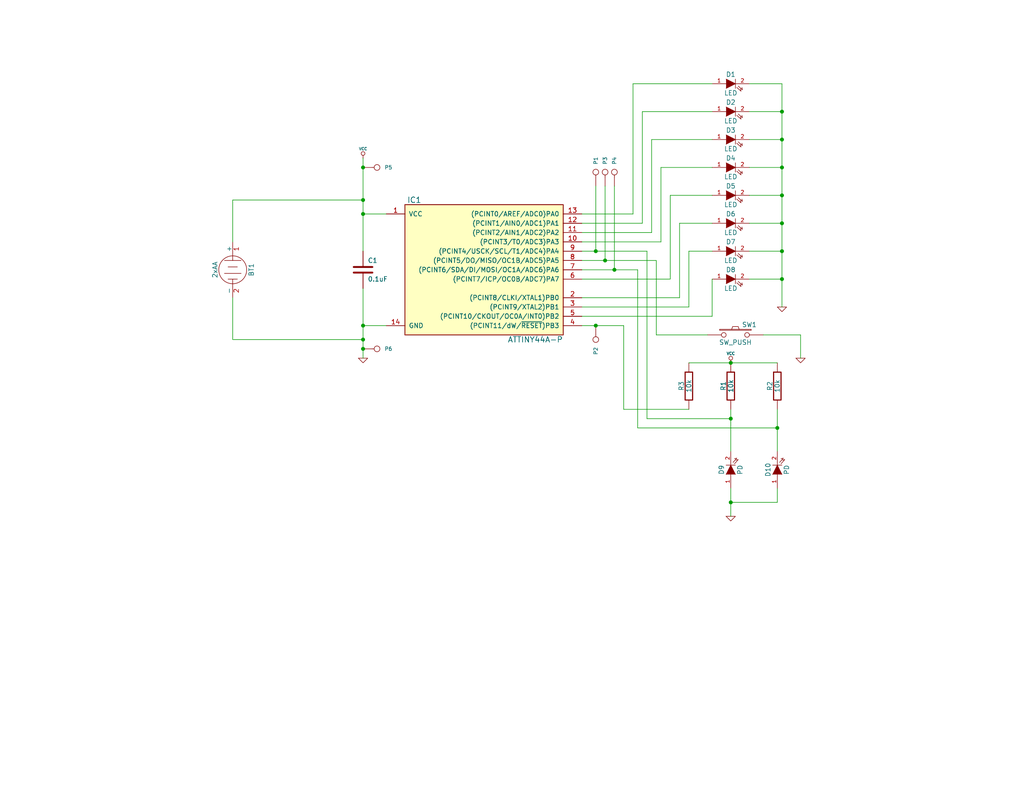
<source format=kicad_sch>
(kicad_sch (version 20250114) (generator "eeschema") (generator_version "9.0")
  (paper "A")
  (title_block (title "Blinky POV AVR") (date "7 oct 2013"))
  (lib_symbols
    (symbol "ATTINY44A-P_1" (pin_names (offset 1.016))
      (property "Reference" "IC" (at -19.05 19.05 0))
      (property "Value" "ATTINY44A-P" (at 13.97 -19.05 0))
      (symbol "ATTINY44A-P_1_0_1"
        (rectangle (start 21.59 17.78) (end -21.59 -17.78) (stroke (width 0.254)) (fill (type background)))
      )
      (symbol "ATTINY44A-P_1_1_1"
        (pin power_in line (at -26.67 15.24 0) (length 5.08) (name "VCC") (number "1"))
        (pin power_in line (at -26.67 -15.24 0) (length 5.08) (name "GND") (number "14"))
        (pin bidirectional line (at 26.67 15.24 180) (length 5.08) (name "(PCINT0/AREF/ADC0)PA0") (number "13"))
        (pin bidirectional line (at 26.67 12.7 180) (length 5.08) (name "(PCINT1/AIN0/ADC1)PA1") (number "12"))
        (pin bidirectional line (at 26.67 10.16 180) (length 5.08) (name "(PCINT2/AIN1/ADC2)PA2") (number "11"))
        (pin bidirectional line (at 26.67 7.62 180) (length 5.08) (name "(PCINT3/T0/ADC3)PA3") (number "10"))
        (pin bidirectional line (at 26.67 5.08 180) (length 5.08) (name "(PCINT4/USCK/SCL/T1/ADC4)PA4") (number "9"))
        (pin bidirectional line (at 26.67 2.54 180) (length 5.08) (name "(PCINT5/DO/MISO/OC1B/ADC5)PA5") (number "8"))
        (pin bidirectional line (at 26.67 0 180) (length 5.08) (name "(PCINT6/SDA/DI/MOSI/OC1A/ADC6)PA6") (number "7"))
        (pin bidirectional line (at 26.67 -2.54 180) (length 5.08) (name "(PCINT7/ICP/OC0B/ADC7)PA7") (number "6"))
        (pin bidirectional line (at 26.67 -7.62 180) (length 5.08) (name "(PCINT8/CLKI/XTAL1)PB0") (number "2"))
        (pin bidirectional line (at 26.67 -10.16 180) (length 5.08) (name "(PCINT9/XTAL2)PB1") (number "3"))
        (pin bidirectional line (at 26.67 -12.7 180) (length 5.08) (name "(PCINT10/CKOUT/OC0A/INT0)PB2") (number "5"))
        (pin bidirectional line (at 26.67 -15.24 180) (length 5.08) (name "(PCINT11/dW/~{RESET})PB3") (number "4"))
      )
    )
    (symbol "ATTINY44A-P_2" (pin_names (offset 1.016))
      (property "Reference" "IC" (at -19.05 19.05 0))
      (property "Value" "ATTINY44A-P" (at 13.97 -19.05 0))
      (symbol "ATTINY44A-P_2_0_1"
        (rectangle (start 21.59 17.78) (end -21.59 -17.78) (stroke (width 0.254)) (fill (type background)))
      )
      (symbol "ATTINY44A-P_2_1_1"
        (pin power_in line (at -26.67 15.24 0) (length 5.08) (name "VCC") (number "1"))
        (pin power_in line (at -26.67 -15.24 0) (length 5.08) (name "GND") (number "14"))
        (pin bidirectional line (at 26.67 15.24 180) (length 5.08) (name "(PCINT0/AREF/ADC0)PA0") (number "13"))
        (pin bidirectional line (at 26.67 12.7 180) (length 5.08) (name "(PCINT1/AIN0/ADC1)PA1") (number "12"))
        (pin bidirectional line (at 26.67 10.16 180) (length 5.08) (name "(PCINT2/AIN1/ADC2)PA2") (number "11"))
        (pin bidirectional line (at 26.67 7.62 180) (length 5.08) (name "(PCINT3/T0/ADC3)PA3") (number "10"))
        (pin bidirectional line (at 26.67 5.08 180) (length 5.08) (name "(PCINT4/USCK/SCL/T1/ADC4)PA4") (number "9"))
        (pin bidirectional line (at 26.67 2.54 180) (length 5.08) (name "(PCINT5/DO/MISO/OC1B/ADC5)PA5") (number "8"))
        (pin bidirectional line (at 26.67 0 180) (length 5.08) (name "(PCINT6/SDA/DI/MOSI/OC1A/ADC6)PA6") (number "7"))
        (pin bidirectional line (at 26.67 -2.54 180) (length 5.08) (name "(PCINT7/ICP/OC0B/ADC7)PA7") (number "6"))
        (pin bidirectional line (at 26.67 -7.62 180) (length 5.08) (name "(PCINT8/CLKI/XTAL1)PB0") (number "2"))
        (pin bidirectional line (at 26.67 -10.16 180) (length 5.08) (name "(PCINT9/XTAL2)PB1") (number "3"))
        (pin bidirectional line (at 26.67 -12.7 180) (length 5.08) (name "(PCINT10/CKOUT/OC0A/INT0)PB2") (number "5"))
        (pin bidirectional line (at 26.67 -15.24 180) (length 5.08) (name "(PCINT11/dW/~{RESET})PB3") (number "4"))
      )
    )
    (symbol "BATTERY_1" (pin_names (offset 0))
      (property "Reference" "BT" (at 0 5.08 0))
      (property "Value" "BATTERY" (at 0 -4.826 0))
      (symbol "BATTERY_1_0_1"
        (polyline (pts (xy -2.54 2.286) (xy -2.54 -2.2606)) (stroke (width 0.1524)))
        (polyline (pts (xy -2.54 0) (xy -3.81 0)))
        (polyline (pts (xy -0.7874 1.27) (xy -0.7874 -1.27)) (stroke (width 0.1524)))
        (circle (center 0 0) (radius 3.81) (stroke (width 0.1524)))
        (polyline (pts (xy 0.9906 2.286) (xy 0.9906 -2.2606)) (stroke (width 0.1524)))
        (polyline (pts (xy 2.54 1.27) (xy 2.54 -1.27)) (stroke (width 0.1524)))
        (polyline (pts (xy 2.54 0) (xy 3.81 0)))
      )
      (symbol "BATTERY_1_1_1"
        (pin passive line (at -7.62 0 0) (length 3.81) (name "+") (number "1"))
        (pin passive line (at 7.62 0 180) (length 3.81) (name "-") (number "2"))
      )
    )
    (symbol "BATTERY_2" (pin_names (offset 0))
      (property "Reference" "BT" (at 0 5.08 0))
      (property "Value" "BATTERY" (at 0 -4.826 0))
      (symbol "BATTERY_2_0_1"
        (polyline (pts (xy -2.54 2.286) (xy -2.54 -2.2606)) (stroke (width 0.1524)))
        (polyline (pts (xy -2.54 0) (xy -3.81 0)))
        (polyline (pts (xy -0.7874 1.27) (xy -0.7874 -1.27)) (stroke (width 0.1524)))
        (circle (center 0 0) (radius 3.81) (stroke (width 0.1524)))
        (polyline (pts (xy 0.9906 2.286) (xy 0.9906 -2.2606)) (stroke (width 0.1524)))
        (polyline (pts (xy 2.54 1.27) (xy 2.54 -1.27)) (stroke (width 0.1524)))
        (polyline (pts (xy 2.54 0) (xy 3.81 0)))
      )
      (symbol "BATTERY_2_1_1"
        (pin passive line (at -7.62 0 0) (length 3.81) (name "+") (number "1"))
        (pin passive line (at 7.62 0 180) (length 3.81) (name "-") (number "2"))
      )
    )
    (symbol "CONN_1_1" (pin_numbers (hide yes)) (pin_names (offset 0.762) (hide yes))
      (property "Reference" "P" (at 2.032 0 0))
      (symbol "CONN_1_1_0_1"
        (polyline (pts (xy -0.762 0) (xy -1.27 0)))
        (circle (center 0 0) (radius 0.7874))
      )
      (symbol "CONN_1_1_1_1"
        (pin passive line (at -3.81 0 0) (length 2.54) (name "1") (number "1"))
      )
    )
    (symbol "CONN_1_10" (pin_numbers (hide yes)) (pin_names (offset 0.762) (hide yes))
      (property "Reference" "P" (at 2.032 0 0))
      (symbol "CONN_1_10_0_1"
        (polyline (pts (xy -0.762 0) (xy -1.27 0)))
        (circle (center 0 0) (radius 0.7874))
      )
      (symbol "CONN_1_10_1_1"
        (pin passive line (at -3.81 0 0) (length 2.54) (name "1") (number "1"))
      )
    )
    (symbol "CONN_1_11" (pin_numbers (hide yes)) (pin_names (offset 0.762) (hide yes))
      (property "Reference" "P" (at 2.032 0 0))
      (symbol "CONN_1_11_0_1"
        (polyline (pts (xy -0.762 0) (xy -1.27 0)))
        (circle (center 0 0) (radius 0.7874))
      )
      (symbol "CONN_1_11_1_1"
        (pin passive line (at -3.81 0 0) (length 2.54) (name "1") (number "1"))
      )
    )
    (symbol "CONN_1_12" (pin_numbers (hide yes)) (pin_names (offset 0.762) (hide yes))
      (property "Reference" "P" (at 2.032 0 0))
      (symbol "CONN_1_12_0_1"
        (polyline (pts (xy -0.762 0) (xy -1.27 0)))
        (circle (center 0 0) (radius 0.7874))
      )
      (symbol "CONN_1_12_1_1"
        (pin passive line (at -3.81 0 0) (length 2.54) (name "1") (number "1"))
      )
    )
    (symbol "CONN_1_2" (pin_numbers (hide yes)) (pin_names (offset 0.762) (hide yes))
      (property "Reference" "P" (at 2.032 0 0))
      (symbol "CONN_1_2_0_1"
        (polyline (pts (xy -0.762 0) (xy -1.27 0)))
        (circle (center 0 0) (radius 0.7874))
      )
      (symbol "CONN_1_2_1_1"
        (pin passive line (at -3.81 0 0) (length 2.54) (name "1") (number "1"))
      )
    )
    (symbol "CONN_1_3" (pin_numbers (hide yes)) (pin_names (offset 0.762) (hide yes))
      (property "Reference" "P" (at 2.032 0 0))
      (symbol "CONN_1_3_0_1"
        (polyline (pts (xy -0.762 0) (xy -1.27 0)))
        (circle (center 0 0) (radius 0.7874))
      )
      (symbol "CONN_1_3_1_1"
        (pin passive line (at -3.81 0 0) (length 2.54) (name "1") (number "1"))
      )
    )
    (symbol "CONN_1_4" (pin_numbers (hide yes)) (pin_names (offset 0.762) (hide yes))
      (property "Reference" "P" (at 2.032 0 0))
      (symbol "CONN_1_4_0_1"
        (polyline (pts (xy -0.762 0) (xy -1.27 0)))
        (circle (center 0 0) (radius 0.7874))
      )
      (symbol "CONN_1_4_1_1"
        (pin passive line (at -3.81 0 0) (length 2.54) (name "1") (number "1"))
      )
    )
    (symbol "CONN_1_5" (pin_numbers (hide yes)) (pin_names (offset 0.762) (hide yes))
      (property "Reference" "P" (at 2.032 0 0))
      (symbol "CONN_1_5_0_1"
        (polyline (pts (xy -0.762 0) (xy -1.27 0)))
        (circle (center 0 0) (radius 0.7874))
      )
      (symbol "CONN_1_5_1_1"
        (pin passive line (at -3.81 0 0) (length 2.54) (name "1") (number "1"))
      )
    )
    (symbol "CONN_1_6" (pin_numbers (hide yes)) (pin_names (offset 0.762) (hide yes))
      (property "Reference" "P" (at 2.032 0 0))
      (symbol "CONN_1_6_0_1"
        (polyline (pts (xy -0.762 0) (xy -1.27 0)))
        (circle (center 0 0) (radius 0.7874))
      )
      (symbol "CONN_1_6_1_1"
        (pin passive line (at -3.81 0 0) (length 2.54) (name "1") (number "1"))
      )
    )
    (symbol "CONN_1_7" (pin_numbers (hide yes)) (pin_names (offset 0.762) (hide yes))
      (property "Reference" "P" (at 2.032 0 0))
      (symbol "CONN_1_7_0_1"
        (polyline (pts (xy -0.762 0) (xy -1.27 0)))
        (circle (center 0 0) (radius 0.7874))
      )
      (symbol "CONN_1_7_1_1"
        (pin passive line (at -3.81 0 0) (length 2.54) (name "1") (number "1"))
      )
    )
    (symbol "CONN_1_8" (pin_numbers (hide yes)) (pin_names (offset 0.762) (hide yes))
      (property "Reference" "P" (at 2.032 0 0))
      (symbol "CONN_1_8_0_1"
        (polyline (pts (xy -0.762 0) (xy -1.27 0)))
        (circle (center 0 0) (radius 0.7874))
      )
      (symbol "CONN_1_8_1_1"
        (pin passive line (at -3.81 0 0) (length 2.54) (name "1") (number "1"))
      )
    )
    (symbol "CONN_1_9" (pin_numbers (hide yes)) (pin_names (offset 0.762) (hide yes))
      (property "Reference" "P" (at 2.032 0 0))
      (symbol "CONN_1_9_0_1"
        (polyline (pts (xy -0.762 0) (xy -1.27 0)))
        (circle (center 0 0) (radius 0.7874))
      )
      (symbol "CONN_1_9_1_1"
        (pin passive line (at -3.81 0 0) (length 2.54) (name "1") (number "1"))
      )
    )
    (symbol "C_1" (pin_numbers (hide yes)) (pin_names (offset 0.254))
      (property "Reference" "C" (at 1.27 2.54 0))
      (property "Value" "C" (at 1.27 -2.54 0))
      (symbol "C_1_0_1"
        (polyline (pts (xy -2.54 0.762) (xy 2.54 0.762)) (stroke (width 0.508)))
        (polyline (pts (xy -2.54 -0.762) (xy 2.54 -0.762)) (stroke (width 0.508)))
      )
      (symbol "C_1_1_1"
        (pin passive line (at 0 5.08 270) (length 4.318) (name "~") (number "1"))
        (pin passive line (at 0 -5.08 90) (length 4.318) (name "~") (number "2"))
      )
    )
    (symbol "C_2" (pin_numbers (hide yes)) (pin_names (offset 0.254))
      (property "Reference" "C" (at 1.27 2.54 0))
      (property "Value" "C" (at 1.27 -2.54 0))
      (symbol "C_2_0_1"
        (polyline (pts (xy -2.54 0.762) (xy 2.54 0.762)) (stroke (width 0.508)))
        (polyline (pts (xy -2.54 -0.762) (xy 2.54 -0.762)) (stroke (width 0.508)))
      )
      (symbol "C_2_1_1"
        (pin passive line (at 0 5.08 270) (length 4.318) (name "~") (number "1"))
        (pin passive line (at 0 -5.08 90) (length 4.318) (name "~") (number "2"))
      )
    )
    (symbol "GND_1" (power) (pin_names (offset 0))
      (symbol "GND_1_0_1"
        (polyline (pts (xy -1.27 0) (xy 0 -1.27) (xy 1.27 0) (xy -1.27 0)))
      )
      (symbol "GND_1_1_1"
        (pin power_in line (at 0 0 90) (length 0) (hide yes) (name "GND") (number "1"))
      )
    )
    (symbol "GND_2" (power) (pin_names (offset 0))
      (symbol "GND_2_0_1"
        (polyline (pts (xy -1.27 0) (xy 0 -1.27) (xy 1.27 0) (xy -1.27 0)))
      )
      (symbol "GND_2_1_1"
        (pin power_in line (at 0 0 90) (length 0) (hide yes) (name "GND") (number "1"))
      )
    )
    (symbol "GND_3" (power) (pin_names (offset 0))
      (symbol "GND_3_0_1"
        (polyline (pts (xy -1.27 0) (xy 0 -1.27) (xy 1.27 0) (xy -1.27 0)))
      )
      (symbol "GND_3_1_1"
        (pin power_in line (at 0 0 90) (length 0) (hide yes) (name "GND") (number "1"))
      )
    )
    (symbol "GND_4" (power) (pin_names (offset 0))
      (symbol "GND_4_0_1"
        (polyline (pts (xy -1.27 0) (xy 0 -1.27) (xy 1.27 0) (xy -1.27 0)))
      )
      (symbol "GND_4_1_1"
        (pin power_in line (at 0 0 90) (length 0) (hide yes) (name "GND") (number "1"))
      )
    )
    (symbol "GND_5" (power) (pin_names (offset 0))
      (symbol "GND_5_0_1"
        (polyline (pts (xy -1.27 0) (xy 0 -1.27) (xy 1.27 0) (xy -1.27 0)))
      )
      (symbol "GND_5_1_1"
        (pin power_in line (at 0 0 90) (length 0) (hide yes) (name "GND") (number "1"))
      )
    )
    (symbol "GND_6" (power) (pin_names (offset 0))
      (symbol "GND_6_0_1"
        (polyline (pts (xy -1.27 0) (xy 0 -1.27) (xy 1.27 0) (xy -1.27 0)))
      )
      (symbol "GND_6_1_1"
        (pin power_in line (at 0 0 90) (length 0) (hide yes) (name "GND") (number "1"))
      )
    )
    (symbol "GND_7" (power) (pin_names (offset 0))
      (symbol "GND_7_0_1"
        (polyline (pts (xy -1.27 0) (xy 0 -1.27) (xy 1.27 0) (xy -1.27 0)))
      )
      (symbol "GND_7_1_1"
        (pin power_in line (at 0 0 90) (length 0) (hide yes) (name "GND") (number "1"))
      )
    )
    (symbol "GND_8" (power) (pin_names (offset 0))
      (symbol "GND_8_0_1"
        (polyline (pts (xy -1.27 0) (xy 0 -1.27) (xy 1.27 0) (xy -1.27 0)))
      )
      (symbol "GND_8_1_1"
        (pin power_in line (at 0 0 90) (length 0) (hide yes) (name "GND") (number "1"))
      )
    )
    (symbol "LED_1" (pin_names (offset 1.016) (hide yes))
      (property "Reference" "D" (at 0 2.54 0))
      (property "Value" "LED" (at 0 -2.54 0))
      (symbol "LED_1_0_1"
        (polyline (pts (xy -1.27 1.27) (xy 1.27 0) (xy -1.27 -1.27)) (fill (type outline)))
        (polyline (pts (xy 1.27 1.27) (xy 1.27 -1.27)))
        (polyline (pts (xy 1.651 -1.016) (xy 2.794 -2.032) (xy 2.667 -1.397)))
        (polyline (pts (xy 2.032 -0.635) (xy 3.175 -1.651) (xy 3.048 -1.016)))
      )
      (symbol "LED_1_1_1"
        (pin passive line (at -5.08 0 0) (length 3.81) (name "A") (number "1"))
        (pin passive line (at 5.08 0 180) (length 3.81) (name "K") (number "2"))
      )
    )
    (symbol "LED_10" (pin_names (offset 1.016) (hide yes))
      (property "Reference" "D" (at 0 2.54 0))
      (property "Value" "LED" (at 0 -2.54 0))
      (symbol "LED_10_0_1"
        (polyline (pts (xy -1.27 1.27) (xy 1.27 0) (xy -1.27 -1.27)) (fill (type outline)))
        (polyline (pts (xy 1.27 1.27) (xy 1.27 -1.27)))
        (polyline (pts (xy 1.651 -1.016) (xy 2.794 -2.032) (xy 2.667 -1.397)))
        (polyline (pts (xy 2.032 -0.635) (xy 3.175 -1.651) (xy 3.048 -1.016)))
      )
      (symbol "LED_10_1_1"
        (pin passive line (at -5.08 0 0) (length 3.81) (name "A") (number "1"))
        (pin passive line (at 5.08 0 180) (length 3.81) (name "K") (number "2"))
      )
    )
    (symbol "LED_11" (pin_names (offset 1.016) (hide yes))
      (property "Reference" "D" (at 0 2.54 0))
      (property "Value" "LED" (at 0 -2.54 0))
      (symbol "LED_11_0_1"
        (polyline (pts (xy -1.27 1.27) (xy 1.27 0) (xy -1.27 -1.27)) (fill (type outline)))
        (polyline (pts (xy 1.27 1.27) (xy 1.27 -1.27)))
        (polyline (pts (xy 1.651 -1.016) (xy 2.794 -2.032) (xy 2.667 -1.397)))
        (polyline (pts (xy 2.032 -0.635) (xy 3.175 -1.651) (xy 3.048 -1.016)))
      )
      (symbol "LED_11_1_1"
        (pin passive line (at -5.08 0 0) (length 3.81) (name "A") (number "1"))
        (pin passive line (at 5.08 0 180) (length 3.81) (name "K") (number "2"))
      )
    )
    (symbol "LED_12" (pin_names (offset 1.016) (hide yes))
      (property "Reference" "D" (at 0 2.54 0))
      (property "Value" "LED" (at 0 -2.54 0))
      (symbol "LED_12_0_1"
        (polyline (pts (xy -1.27 1.27) (xy 1.27 0) (xy -1.27 -1.27)) (fill (type outline)))
        (polyline (pts (xy 1.27 1.27) (xy 1.27 -1.27)))
        (polyline (pts (xy 1.651 -1.016) (xy 2.794 -2.032) (xy 2.667 -1.397)))
        (polyline (pts (xy 2.032 -0.635) (xy 3.175 -1.651) (xy 3.048 -1.016)))
      )
      (symbol "LED_12_1_1"
        (pin passive line (at -5.08 0 0) (length 3.81) (name "A") (number "1"))
        (pin passive line (at 5.08 0 180) (length 3.81) (name "K") (number "2"))
      )
    )
    (symbol "LED_13" (pin_names (offset 1.016) (hide yes))
      (property "Reference" "D" (at 0 2.54 0))
      (property "Value" "LED" (at 0 -2.54 0))
      (symbol "LED_13_0_1"
        (polyline (pts (xy -1.27 1.27) (xy 1.27 0) (xy -1.27 -1.27)) (fill (type outline)))
        (polyline (pts (xy 1.27 1.27) (xy 1.27 -1.27)))
        (polyline (pts (xy 1.651 -1.016) (xy 2.794 -2.032) (xy 2.667 -1.397)))
        (polyline (pts (xy 2.032 -0.635) (xy 3.175 -1.651) (xy 3.048 -1.016)))
      )
      (symbol "LED_13_1_1"
        (pin passive line (at -5.08 0 0) (length 3.81) (name "A") (number "1"))
        (pin passive line (at 5.08 0 180) (length 3.81) (name "K") (number "2"))
      )
    )
    (symbol "LED_14" (pin_names (offset 1.016) (hide yes))
      (property "Reference" "D" (at 0 2.54 0))
      (property "Value" "LED" (at 0 -2.54 0))
      (symbol "LED_14_0_1"
        (polyline (pts (xy -1.27 1.27) (xy 1.27 0) (xy -1.27 -1.27)) (fill (type outline)))
        (polyline (pts (xy 1.27 1.27) (xy 1.27 -1.27)))
        (polyline (pts (xy 1.651 -1.016) (xy 2.794 -2.032) (xy 2.667 -1.397)))
        (polyline (pts (xy 2.032 -0.635) (xy 3.175 -1.651) (xy 3.048 -1.016)))
      )
      (symbol "LED_14_1_1"
        (pin passive line (at -5.08 0 0) (length 3.81) (name "A") (number "1"))
        (pin passive line (at 5.08 0 180) (length 3.81) (name "K") (number "2"))
      )
    )
    (symbol "LED_15" (pin_names (offset 1.016) (hide yes))
      (property "Reference" "D" (at 0 2.54 0))
      (property "Value" "LED" (at 0 -2.54 0))
      (symbol "LED_15_0_1"
        (polyline (pts (xy -1.27 1.27) (xy 1.27 0) (xy -1.27 -1.27)) (fill (type outline)))
        (polyline (pts (xy 1.27 1.27) (xy 1.27 -1.27)))
        (polyline (pts (xy 1.651 -1.016) (xy 2.794 -2.032) (xy 2.667 -1.397)))
        (polyline (pts (xy 2.032 -0.635) (xy 3.175 -1.651) (xy 3.048 -1.016)))
      )
      (symbol "LED_15_1_1"
        (pin passive line (at -5.08 0 0) (length 3.81) (name "A") (number "1"))
        (pin passive line (at 5.08 0 180) (length 3.81) (name "K") (number "2"))
      )
    )
    (symbol "LED_16" (pin_names (offset 1.016) (hide yes))
      (property "Reference" "D" (at 0 2.54 0))
      (property "Value" "LED" (at 0 -2.54 0))
      (symbol "LED_16_0_1"
        (polyline (pts (xy -1.27 1.27) (xy 1.27 0) (xy -1.27 -1.27)) (fill (type outline)))
        (polyline (pts (xy 1.27 1.27) (xy 1.27 -1.27)))
        (polyline (pts (xy 1.651 -1.016) (xy 2.794 -2.032) (xy 2.667 -1.397)))
        (polyline (pts (xy 2.032 -0.635) (xy 3.175 -1.651) (xy 3.048 -1.016)))
      )
      (symbol "LED_16_1_1"
        (pin passive line (at -5.08 0 0) (length 3.81) (name "A") (number "1"))
        (pin passive line (at 5.08 0 180) (length 3.81) (name "K") (number "2"))
      )
    )
    (symbol "LED_17" (pin_names (offset 1.016) (hide yes))
      (property "Reference" "D" (at 0 2.54 0))
      (property "Value" "LED" (at 0 -2.54 0))
      (symbol "LED_17_0_1"
        (polyline (pts (xy -1.27 1.27) (xy 1.27 0) (xy -1.27 -1.27)) (fill (type outline)))
        (polyline (pts (xy 1.27 1.27) (xy 1.27 -1.27)))
        (polyline (pts (xy 1.651 -1.016) (xy 2.794 -2.032) (xy 2.667 -1.397)))
        (polyline (pts (xy 2.032 -0.635) (xy 3.175 -1.651) (xy 3.048 -1.016)))
      )
      (symbol "LED_17_1_1"
        (pin passive line (at -5.08 0 0) (length 3.81) (name "A") (number "1"))
        (pin passive line (at 5.08 0 180) (length 3.81) (name "K") (number "2"))
      )
    )
    (symbol "LED_18" (pin_names (offset 1.016) (hide yes))
      (property "Reference" "D" (at 0 2.54 0))
      (property "Value" "LED" (at 0 -2.54 0))
      (symbol "LED_18_0_1"
        (polyline (pts (xy -1.27 1.27) (xy 1.27 0) (xy -1.27 -1.27)) (fill (type outline)))
        (polyline (pts (xy 1.27 1.27) (xy 1.27 -1.27)))
        (polyline (pts (xy 1.651 -1.016) (xy 2.794 -2.032) (xy 2.667 -1.397)))
        (polyline (pts (xy 2.032 -0.635) (xy 3.175 -1.651) (xy 3.048 -1.016)))
      )
      (symbol "LED_18_1_1"
        (pin passive line (at -5.08 0 0) (length 3.81) (name "A") (number "1"))
        (pin passive line (at 5.08 0 180) (length 3.81) (name "K") (number "2"))
      )
    )
    (symbol "LED_19" (pin_names (offset 1.016) (hide yes))
      (property "Reference" "D" (at 0 2.54 0))
      (property "Value" "LED" (at 0 -2.54 0))
      (symbol "LED_19_0_1"
        (polyline (pts (xy -1.27 1.27) (xy 1.27 0) (xy -1.27 -1.27)) (fill (type outline)))
        (polyline (pts (xy 1.27 1.27) (xy 1.27 -1.27)))
        (polyline (pts (xy 1.651 -1.016) (xy 2.794 -2.032) (xy 2.667 -1.397)))
        (polyline (pts (xy 2.032 -0.635) (xy 3.175 -1.651) (xy 3.048 -1.016)))
      )
      (symbol "LED_19_1_1"
        (pin passive line (at -5.08 0 0) (length 3.81) (name "A") (number "1"))
        (pin passive line (at 5.08 0 180) (length 3.81) (name "K") (number "2"))
      )
    )
    (symbol "LED_2" (pin_names (offset 1.016) (hide yes))
      (property "Reference" "D" (at 0 2.54 0))
      (property "Value" "LED" (at 0 -2.54 0))
      (symbol "LED_2_0_1"
        (polyline (pts (xy -1.27 1.27) (xy 1.27 0) (xy -1.27 -1.27)) (fill (type outline)))
        (polyline (pts (xy 1.27 1.27) (xy 1.27 -1.27)))
        (polyline (pts (xy 1.651 -1.016) (xy 2.794 -2.032) (xy 2.667 -1.397)))
        (polyline (pts (xy 2.032 -0.635) (xy 3.175 -1.651) (xy 3.048 -1.016)))
      )
      (symbol "LED_2_1_1"
        (pin passive line (at -5.08 0 0) (length 3.81) (name "A") (number "1"))
        (pin passive line (at 5.08 0 180) (length 3.81) (name "K") (number "2"))
      )
    )
    (symbol "LED_20" (pin_names (offset 1.016) (hide yes))
      (property "Reference" "D" (at 0 2.54 0))
      (property "Value" "LED" (at 0 -2.54 0))
      (symbol "LED_20_0_1"
        (polyline (pts (xy -1.27 1.27) (xy 1.27 0) (xy -1.27 -1.27)) (fill (type outline)))
        (polyline (pts (xy 1.27 1.27) (xy 1.27 -1.27)))
        (polyline (pts (xy 1.651 -1.016) (xy 2.794 -2.032) (xy 2.667 -1.397)))
        (polyline (pts (xy 2.032 -0.635) (xy 3.175 -1.651) (xy 3.048 -1.016)))
      )
      (symbol "LED_20_1_1"
        (pin passive line (at -5.08 0 0) (length 3.81) (name "A") (number "1"))
        (pin passive line (at 5.08 0 180) (length 3.81) (name "K") (number "2"))
      )
    )
    (symbol "LED_3" (pin_names (offset 1.016) (hide yes))
      (property "Reference" "D" (at 0 2.54 0))
      (property "Value" "LED" (at 0 -2.54 0))
      (symbol "LED_3_0_1"
        (polyline (pts (xy -1.27 1.27) (xy 1.27 0) (xy -1.27 -1.27)) (fill (type outline)))
        (polyline (pts (xy 1.27 1.27) (xy 1.27 -1.27)))
        (polyline (pts (xy 1.651 -1.016) (xy 2.794 -2.032) (xy 2.667 -1.397)))
        (polyline (pts (xy 2.032 -0.635) (xy 3.175 -1.651) (xy 3.048 -1.016)))
      )
      (symbol "LED_3_1_1"
        (pin passive line (at -5.08 0 0) (length 3.81) (name "A") (number "1"))
        (pin passive line (at 5.08 0 180) (length 3.81) (name "K") (number "2"))
      )
    )
    (symbol "LED_4" (pin_names (offset 1.016) (hide yes))
      (property "Reference" "D" (at 0 2.54 0))
      (property "Value" "LED" (at 0 -2.54 0))
      (symbol "LED_4_0_1"
        (polyline (pts (xy -1.27 1.27) (xy 1.27 0) (xy -1.27 -1.27)) (fill (type outline)))
        (polyline (pts (xy 1.27 1.27) (xy 1.27 -1.27)))
        (polyline (pts (xy 1.651 -1.016) (xy 2.794 -2.032) (xy 2.667 -1.397)))
        (polyline (pts (xy 2.032 -0.635) (xy 3.175 -1.651) (xy 3.048 -1.016)))
      )
      (symbol "LED_4_1_1"
        (pin passive line (at -5.08 0 0) (length 3.81) (name "A") (number "1"))
        (pin passive line (at 5.08 0 180) (length 3.81) (name "K") (number "2"))
      )
    )
    (symbol "LED_5" (pin_names (offset 1.016) (hide yes))
      (property "Reference" "D" (at 0 2.54 0))
      (property "Value" "LED" (at 0 -2.54 0))
      (symbol "LED_5_0_1"
        (polyline (pts (xy -1.27 1.27) (xy 1.27 0) (xy -1.27 -1.27)) (fill (type outline)))
        (polyline (pts (xy 1.27 1.27) (xy 1.27 -1.27)))
        (polyline (pts (xy 1.651 -1.016) (xy 2.794 -2.032) (xy 2.667 -1.397)))
        (polyline (pts (xy 2.032 -0.635) (xy 3.175 -1.651) (xy 3.048 -1.016)))
      )
      (symbol "LED_5_1_1"
        (pin passive line (at -5.08 0 0) (length 3.81) (name "A") (number "1"))
        (pin passive line (at 5.08 0 180) (length 3.81) (name "K") (number "2"))
      )
    )
    (symbol "LED_6" (pin_names (offset 1.016) (hide yes))
      (property "Reference" "D" (at 0 2.54 0))
      (property "Value" "LED" (at 0 -2.54 0))
      (symbol "LED_6_0_1"
        (polyline (pts (xy -1.27 1.27) (xy 1.27 0) (xy -1.27 -1.27)) (fill (type outline)))
        (polyline (pts (xy 1.27 1.27) (xy 1.27 -1.27)))
        (polyline (pts (xy 1.651 -1.016) (xy 2.794 -2.032) (xy 2.667 -1.397)))
        (polyline (pts (xy 2.032 -0.635) (xy 3.175 -1.651) (xy 3.048 -1.016)))
      )
      (symbol "LED_6_1_1"
        (pin passive line (at -5.08 0 0) (length 3.81) (name "A") (number "1"))
        (pin passive line (at 5.08 0 180) (length 3.81) (name "K") (number "2"))
      )
    )
    (symbol "LED_7" (pin_names (offset 1.016) (hide yes))
      (property "Reference" "D" (at 0 2.54 0))
      (property "Value" "LED" (at 0 -2.54 0))
      (symbol "LED_7_0_1"
        (polyline (pts (xy -1.27 1.27) (xy 1.27 0) (xy -1.27 -1.27)) (fill (type outline)))
        (polyline (pts (xy 1.27 1.27) (xy 1.27 -1.27)))
        (polyline (pts (xy 1.651 -1.016) (xy 2.794 -2.032) (xy 2.667 -1.397)))
        (polyline (pts (xy 2.032 -0.635) (xy 3.175 -1.651) (xy 3.048 -1.016)))
      )
      (symbol "LED_7_1_1"
        (pin passive line (at -5.08 0 0) (length 3.81) (name "A") (number "1"))
        (pin passive line (at 5.08 0 180) (length 3.81) (name "K") (number "2"))
      )
    )
    (symbol "LED_8" (pin_names (offset 1.016) (hide yes))
      (property "Reference" "D" (at 0 2.54 0))
      (property "Value" "LED" (at 0 -2.54 0))
      (symbol "LED_8_0_1"
        (polyline (pts (xy -1.27 1.27) (xy 1.27 0) (xy -1.27 -1.27)) (fill (type outline)))
        (polyline (pts (xy 1.27 1.27) (xy 1.27 -1.27)))
        (polyline (pts (xy 1.651 -1.016) (xy 2.794 -2.032) (xy 2.667 -1.397)))
        (polyline (pts (xy 2.032 -0.635) (xy 3.175 -1.651) (xy 3.048 -1.016)))
      )
      (symbol "LED_8_1_1"
        (pin passive line (at -5.08 0 0) (length 3.81) (name "A") (number "1"))
        (pin passive line (at 5.08 0 180) (length 3.81) (name "K") (number "2"))
      )
    )
    (symbol "LED_9" (pin_names (offset 1.016) (hide yes))
      (property "Reference" "D" (at 0 2.54 0))
      (property "Value" "LED" (at 0 -2.54 0))
      (symbol "LED_9_0_1"
        (polyline (pts (xy -1.27 1.27) (xy 1.27 0) (xy -1.27 -1.27)) (fill (type outline)))
        (polyline (pts (xy 1.27 1.27) (xy 1.27 -1.27)))
        (polyline (pts (xy 1.651 -1.016) (xy 2.794 -2.032) (xy 2.667 -1.397)))
        (polyline (pts (xy 2.032 -0.635) (xy 3.175 -1.651) (xy 3.048 -1.016)))
      )
      (symbol "LED_9_1_1"
        (pin passive line (at -5.08 0 0) (length 3.81) (name "A") (number "1"))
        (pin passive line (at 5.08 0 180) (length 3.81) (name "K") (number "2"))
      )
    )
    (symbol "R_1" (pin_numbers (hide yes)) (pin_names (offset 0))
      (property "Reference" "R" (at 2.032 0 90))
      (property "Value" "R" (at 0 0 90))
      (symbol "R_1_0_1"
        (rectangle (start -1.016 3.81) (end 1.016 -3.81) (stroke (width 0.3048)))
      )
      (symbol "R_1_1_1"
        (pin passive line (at 0 6.35 270) (length 2.54) (name "~") (number "1"))
        (pin passive line (at 0 -6.35 90) (length 2.54) (name "~") (number "2"))
      )
    )
    (symbol "R_2" (pin_numbers (hide yes)) (pin_names (offset 0))
      (property "Reference" "R" (at 2.032 0 90))
      (property "Value" "R" (at 0 0 90))
      (symbol "R_2_0_1"
        (rectangle (start -1.016 3.81) (end 1.016 -3.81) (stroke (width 0.3048)))
      )
      (symbol "R_2_1_1"
        (pin passive line (at 0 6.35 270) (length 2.54) (name "~") (number "1"))
        (pin passive line (at 0 -6.35 90) (length 2.54) (name "~") (number "2"))
      )
    )
    (symbol "R_3" (pin_numbers (hide yes)) (pin_names (offset 0))
      (property "Reference" "R" (at 2.032 0 90))
      (property "Value" "R" (at 0 0 90))
      (symbol "R_3_0_1"
        (rectangle (start -1.016 3.81) (end 1.016 -3.81) (stroke (width 0.3048)))
      )
      (symbol "R_3_1_1"
        (pin passive line (at 0 6.35 270) (length 2.54) (name "~") (number "1"))
        (pin passive line (at 0 -6.35 90) (length 2.54) (name "~") (number "2"))
      )
    )
    (symbol "R_4" (pin_numbers (hide yes)) (pin_names (offset 0))
      (property "Reference" "R" (at 2.032 0 90))
      (property "Value" "R" (at 0 0 90))
      (symbol "R_4_0_1"
        (rectangle (start -1.016 3.81) (end 1.016 -3.81) (stroke (width 0.3048)))
      )
      (symbol "R_4_1_1"
        (pin passive line (at 0 6.35 270) (length 2.54) (name "~") (number "1"))
        (pin passive line (at 0 -6.35 90) (length 2.54) (name "~") (number "2"))
      )
    )
    (symbol "R_5" (pin_numbers (hide yes)) (pin_names (offset 0))
      (property "Reference" "R" (at 2.032 0 90))
      (property "Value" "R" (at 0 0 90))
      (symbol "R_5_0_1"
        (rectangle (start -1.016 3.81) (end 1.016 -3.81) (stroke (width 0.3048)))
      )
      (symbol "R_5_1_1"
        (pin passive line (at 0 6.35 270) (length 2.54) (name "~") (number "1"))
        (pin passive line (at 0 -6.35 90) (length 2.54) (name "~") (number "2"))
      )
    )
    (symbol "R_6" (pin_numbers (hide yes)) (pin_names (offset 0))
      (property "Reference" "R" (at 2.032 0 90))
      (property "Value" "R" (at 0 0 90))
      (symbol "R_6_0_1"
        (rectangle (start -1.016 3.81) (end 1.016 -3.81) (stroke (width 0.3048)))
      )
      (symbol "R_6_1_1"
        (pin passive line (at 0 6.35 270) (length 2.54) (name "~") (number "1"))
        (pin passive line (at 0 -6.35 90) (length 2.54) (name "~") (number "2"))
      )
    )
    (symbol "SW_PUSH_1" (pin_numbers (hide yes)) (pin_names (offset 1.016) (hide yes))
      (property "Reference" "SW" (at 3.81 2.794 0))
      (property "Value" "SW_PUSH" (at 0 -2.032 0))
      (symbol "SW_PUSH_1_0_1"
        (rectangle (start -4.318 1.27) (end 4.318 1.524))
        (polyline (pts (xy -1.016 1.524) (xy -0.762 2.286) (xy 0.762 2.286) (xy 1.016 1.524)))
        (pin passive inverted (at -7.62 0 0) (length 5.08) (name "1") (number "1"))
        (pin passive inverted (at 7.62 0 180) (length 5.08) (name "2") (number "2"))
      )
    )
    (symbol "SW_PUSH_2" (pin_numbers (hide yes)) (pin_names (offset 1.016) (hide yes))
      (property "Reference" "SW" (at 3.81 2.794 0))
      (property "Value" "SW_PUSH" (at 0 -2.032 0))
      (symbol "SW_PUSH_2_0_1"
        (rectangle (start -4.318 1.27) (end 4.318 1.524))
        (polyline (pts (xy -1.016 1.524) (xy -0.762 2.286) (xy 0.762 2.286) (xy 1.016 1.524)))
        (pin passive inverted (at -7.62 0 0) (length 5.08) (name "1") (number "1"))
        (pin passive inverted (at 7.62 0 180) (length 5.08) (name "2") (number "2"))
      )
    )
    (symbol "VCC_1" (power) (pin_names (offset 0))
      (property "Value" "VCC" (at 0 2.54 0))
      (symbol "VCC_1_0_0"
        (pin power_in line (at 0 0 90) (length 0) (hide yes) (name "VCC") (number "1"))
      )
      (symbol "VCC_1_0_1"
        (circle (center 0 1.27) (radius 0.508))
        (polyline (pts (xy 0 0) (xy 0 0.762) (xy 0 0.762)))
      )
    )
    (symbol "VCC_2" (power) (pin_names (offset 0))
      (property "Value" "VCC" (at 0 2.54 0))
      (symbol "VCC_2_0_0"
        (pin power_in line (at 0 0 90) (length 0) (hide yes) (name "VCC") (number "1"))
      )
      (symbol "VCC_2_0_1"
        (circle (center 0 1.27) (radius 0.508))
        (polyline (pts (xy 0 0) (xy 0 0.762) (xy 0 0.762)))
      )
    )
    (symbol "VCC_3" (power) (pin_names (offset 0))
      (property "Value" "VCC" (at 0 2.54 0))
      (symbol "VCC_3_0_0"
        (pin power_in line (at 0 0 90) (length 0) (hide yes) (name "VCC") (number "1"))
      )
      (symbol "VCC_3_0_1"
        (circle (center 0 1.27) (radius 0.508))
        (polyline (pts (xy 0 0) (xy 0 0.762) (xy 0 0.762)))
      )
    )
    (symbol "VCC_4" (power) (pin_names (offset 0))
      (property "Value" "VCC" (at 0 2.54 0))
      (symbol "VCC_4_0_0"
        (pin power_in line (at 0 0 90) (length 0) (hide yes) (name "VCC") (number "1"))
      )
      (symbol "VCC_4_0_1"
        (circle (center 0 1.27) (radius 0.508))
        (polyline (pts (xy 0 0) (xy 0 0.762) (xy 0 0.762)))
      )
    )
  )
  (junction (at 99.06 95.25))
  (junction (at 213.36 53.34))
  (junction (at 213.36 45.72))
  (junction (at 199.39 99.06))
  (junction (at 99.06 45.72))
  (junction (at 162.56 88.9))
  (junction (at 99.06 54.61))
  (junction (at 199.39 114.3))
  (junction (at 99.06 58.42))
  (junction (at 199.39 137.16))
  (junction (at 213.36 76.2))
  (junction (at 213.36 30.48))
  (junction (at 213.36 60.96))
  (junction (at 213.36 38.1))
  (junction (at 212.09 116.84))
  (junction (at 162.56 68.58))
  (junction (at 99.06 92.71))
  (junction (at 99.06 88.9))
  (junction (at 167.64 73.66))
  (junction (at 213.36 68.58))
  (junction (at 165.1 71.12))
  (wire (pts (xy 167.64 73.66) (xy 173.99 73.66)))
  (wire (pts (xy 176.53 68.58) (xy 176.53 114.3)))
  (wire (pts (xy 204.47 22.86) (xy 213.36 22.86)))
  (wire (pts (xy 194.31 76.2) (xy 194.31 86.36)))
  (wire (pts (xy 212.09 116.84) (xy 212.09 123.19)))
  (wire (pts (xy 158.75 68.58) (xy 162.56 68.58)))
  (wire (pts (xy 212.09 137.16) (xy 199.39 137.16)))
  (wire (pts (xy 185.42 60.96) (xy 185.42 81.28)))
  (wire (pts (xy 99.06 45.72) (xy 99.06 54.61)))
  (wire (pts (xy 170.18 88.9) (xy 170.18 111.76)))
  (wire (pts (xy 199.39 133.35) (xy 199.39 137.16)))
  (wire (pts (xy 99.06 54.61) (xy 99.06 58.42)))
  (wire (pts (xy 204.47 53.34) (xy 213.36 53.34)))
  (wire (pts (xy 173.99 116.84) (xy 212.09 116.84)))
  (wire (pts (xy 199.39 137.16) (xy 199.39 140.97)))
  (wire (pts (xy 218.44 97.79) (xy 218.44 91.44)))
  (wire (pts (xy 199.39 99.06) (xy 212.09 99.06)))
  (wire (pts (xy 99.06 58.42) (xy 105.41 58.42)))
  (wire (pts (xy 204.47 30.48) (xy 213.36 30.48)))
  (wire (pts (xy 63.5 81.28) (xy 63.5 92.71)))
  (wire (pts (xy 99.06 78.74) (xy 99.06 88.9)))
  (wire (pts (xy 213.36 38.1) (xy 213.36 45.72)))
  (wire (pts (xy 194.31 60.96) (xy 185.42 60.96)))
  (wire (pts (xy 99.06 43.18) (xy 99.06 45.72)))
  (wire (pts (xy 193.04 91.44) (xy 179.07 91.44)))
  (wire (pts (xy 158.75 71.12) (xy 165.1 71.12)))
  (wire (pts (xy 175.26 30.48) (xy 175.26 60.96)))
  (wire (pts (xy 212.09 111.76) (xy 212.09 116.84)))
  (wire (pts (xy 194.31 86.36) (xy 158.75 86.36)))
  (wire (pts (xy 99.06 95.25) (xy 99.06 97.79)))
  (wire (pts (xy 158.75 88.9) (xy 162.56 88.9)))
  (wire (pts (xy 175.26 60.96) (xy 158.75 60.96)))
  (wire (pts (xy 213.36 22.86) (xy 213.36 30.48)))
  (wire (pts (xy 194.31 68.58) (xy 187.96 68.58)))
  (wire (pts (xy 172.72 58.42) (xy 158.75 58.42)))
  (wire (pts (xy 177.8 38.1) (xy 177.8 63.5)))
  (wire (pts (xy 172.72 22.86) (xy 172.72 58.42)))
  (wire (pts (xy 180.34 66.04) (xy 158.75 66.04)))
  (wire (pts (xy 204.47 60.96) (xy 213.36 60.96)))
  (wire (pts (xy 173.99 73.66) (xy 173.99 116.84)))
  (wire (pts (xy 176.53 114.3) (xy 199.39 114.3)))
  (wire (pts (xy 187.96 68.58) (xy 187.96 83.82)))
  (wire (pts (xy 63.5 66.04) (xy 63.5 54.61)))
  (wire (pts (xy 213.36 68.58) (xy 213.36 76.2)))
  (wire (pts (xy 204.47 68.58) (xy 213.36 68.58)))
  (wire (pts (xy 162.56 88.9) (xy 170.18 88.9)))
  (wire (pts (xy 187.96 83.82) (xy 158.75 83.82)))
  (wire (pts (xy 204.47 38.1) (xy 213.36 38.1)))
  (wire (pts (xy 213.36 60.96) (xy 213.36 68.58)))
  (wire (pts (xy 162.56 50.8) (xy 162.56 68.58)))
  (wire (pts (xy 213.36 30.48) (xy 213.36 38.1)))
  (wire (pts (xy 194.31 30.48) (xy 175.26 30.48)))
  (wire (pts (xy 63.5 92.71) (xy 99.06 92.71)))
  (wire (pts (xy 167.64 50.8) (xy 167.64 73.66)))
  (wire (pts (xy 194.31 22.86) (xy 172.72 22.86)))
  (wire (pts (xy 105.41 88.9) (xy 99.06 88.9)))
  (wire (pts (xy 204.47 45.72) (xy 213.36 45.72)))
  (wire (pts (xy 199.39 114.3) (xy 199.39 123.19)))
  (wire (pts (xy 170.18 111.76) (xy 187.96 111.76)))
  (wire (pts (xy 180.34 45.72) (xy 180.34 66.04)))
  (wire (pts (xy 213.36 45.72) (xy 213.36 53.34)))
  (wire (pts (xy 158.75 73.66) (xy 167.64 73.66)))
  (wire (pts (xy 194.31 38.1) (xy 177.8 38.1)))
  (wire (pts (xy 99.06 88.9) (xy 99.06 92.71)))
  (wire (pts (xy 182.88 76.2) (xy 158.75 76.2)))
  (wire (pts (xy 213.36 76.2) (xy 213.36 83.82)))
  (wire (pts (xy 177.8 63.5) (xy 158.75 63.5)))
  (wire (pts (xy 99.06 92.71) (xy 99.06 95.25)))
  (wire (pts (xy 179.07 91.44) (xy 179.07 71.12)))
  (wire (pts (xy 213.36 53.34) (xy 213.36 60.96)))
  (wire (pts (xy 165.1 50.8) (xy 165.1 71.12)))
  (wire (pts (xy 165.1 71.12) (xy 179.07 71.12)))
  (wire (pts (xy 218.44 91.44) (xy 208.28 91.44)))
  (wire (pts (xy 194.31 45.72) (xy 180.34 45.72)))
  (wire (pts (xy 212.09 133.35) (xy 212.09 137.16)))
  (wire (pts (xy 194.31 53.34) (xy 182.88 53.34)))
  (wire (pts (xy 185.42 81.28) (xy 158.75 81.28)))
  (wire (pts (xy 99.06 58.42) (xy 99.06 68.58)))
  (wire (pts (xy 199.39 111.76) (xy 199.39 114.3)))
  (wire (pts (xy 162.56 68.58) (xy 176.53 68.58)))
  (wire (pts (xy 187.96 99.06) (xy 199.39 99.06)))
  (wire (pts (xy 63.5 54.61) (xy 99.06 54.61)))
  (wire (pts (xy 182.88 53.34) (xy 182.88 76.2)))
  (wire (pts (xy 204.47 76.2) (xy 213.36 76.2)))
  (symbol (lib_name "ATTINY44A-P_2") (lib_id "tute1-rescue:ATTINY44A-P") (at 132.08 73.66 0) (unit 1)
    (property "Reference" "IC1" (at 113.03 54.61 0) (effects (font (size 1.524 1.524))))
    (property "Value" "ATTINY44A-P" (at 146.05 92.71 0) (effects (font (size 1.524 1.524))))
    (property "Footprint" "DIP14" (effects (hide yes)))
  )
  (symbol (lib_name "R_5") (lib_id "tute1-rescue:R") (at 199.39 105.41 180) (unit 1)
    (property "Reference" "R1" (at 197.358 105.41 90))
    (property "Value" "10k" (at 199.39 105.41 90))
  )
  (symbol (lib_name "LED_12") (lib_id "tute1-rescue:LED") (at 199.39 22.86 0) (unit 1)
    (property "Reference" "D1" (at 199.39 20.32 0))
    (property "Value" "LED" (at 199.39 25.4 0))
  )
  (symbol (lib_name "LED_13") (lib_id "tute1-rescue:LED") (at 199.39 30.48 0) (unit 1)
    (property "Reference" "D2" (at 199.39 27.94 0))
    (property "Value" "LED" (at 199.39 33.02 0))
  )
  (symbol (lib_name "LED_11") (lib_id "tute1-rescue:LED") (at 199.39 38.1 0) (unit 1)
    (property "Reference" "D3" (at 199.39 35.56 0))
    (property "Value" "LED" (at 199.39 40.64 0))
  )
  (symbol (lib_name "LED_14") (lib_id "tute1-rescue:LED") (at 199.39 45.72 0) (unit 1)
    (property "Reference" "D4" (at 199.39 43.18 0))
    (property "Value" "LED" (at 199.39 48.26 0))
  )
  (symbol (lib_name "LED_18") (lib_id "tute1-rescue:LED") (at 199.39 53.34 0) (unit 1)
    (property "Reference" "D5" (at 199.39 50.8 0))
    (property "Value" "LED" (at 199.39 55.88 0))
  )
  (symbol (lib_name "LED_15") (lib_id "tute1-rescue:LED") (at 199.39 60.96 0) (unit 1)
    (property "Reference" "D6" (at 199.39 58.42 0))
    (property "Value" "LED" (at 199.39 63.5 0))
  )
  (symbol (lib_name "LED_16") (lib_id "tute1-rescue:LED") (at 199.39 68.58 0) (unit 1)
    (property "Reference" "D7" (at 199.39 66.04 0))
    (property "Value" "LED" (at 199.39 71.12 0))
  )
  (symbol (lib_name "LED_17") (lib_id "tute1-rescue:LED") (at 199.39 76.2 0) (unit 1)
    (property "Reference" "D8" (at 199.39 73.66 0))
    (property "Value" "LED" (at 199.39 78.74 0))
  )
  (symbol (lib_name "GND_7") (lib_id "tute1-rescue:GND") (at 213.36 83.82 0) (unit 1)
    (property "Reference" "#PWR01" (effects (hide yes)))
    (property "Value" "GND" (effects (hide yes)))
  )
  (symbol (lib_name "VCC_4") (lib_id "tute1-rescue:VCC") (at 99.06 43.18 0) (unit 1)
    (property "Reference" "#PWR02" (effects (hide yes)))
    (property "Value" "VCC" (at 99.06 40.64 0) (effects (font (size 0.762 0.762))))
  )
  (symbol (lib_name "GND_6") (lib_id "tute1-rescue:GND") (at 99.06 97.79 0) (unit 1)
    (property "Reference" "#PWR03" (effects (hide yes)))
    (property "Value" "GND" (effects (hide yes)))
  )
  (symbol (lib_name "C_2") (lib_id "tute1-rescue:C") (at 99.06 73.66 0) (unit 1)
    (property "Reference" "C1" (at 100.33 71.12 0) (effects (justify left)))
    (property "Value" "0.1uF" (at 100.33 76.2 0) (effects (justify left)))
  )
  (symbol (lib_name "LED_19") (lib_id "tute1-rescue:LED") (at 199.39 128.27 90) (unit 1)
    (property "Reference" "D9" (at 196.85 128.27 0))
    (property "Value" "PD" (at 201.93 128.27 0))
  )
  (symbol (lib_name "LED_20") (lib_id "tute1-rescue:LED") (at 212.09 128.27 90) (unit 1)
    (property "Reference" "D10" (at 209.55 128.27 0))
    (property "Value" "PD" (at 214.63 128.27 0))
  )
  (symbol (lib_name "R_6") (lib_id "tute1-rescue:R") (at 212.09 105.41 180) (unit 1)
    (property "Reference" "R2" (at 210.058 105.41 90))
    (property "Value" "10k" (at 212.09 105.41 90))
  )
  (symbol (lib_name "GND_5") (lib_id "tute1-rescue:GND") (at 199.39 140.97 0) (unit 1)
    (property "Reference" "#PWR04" (effects (hide yes)))
    (property "Value" "GND" (effects (hide yes)))
  )
  (symbol (lib_name "VCC_3") (lib_id "tute1-rescue:VCC") (at 199.39 99.06 0) (unit 1)
    (property "Reference" "#PWR05" (effects (hide yes)))
    (property "Value" "VCC" (at 199.39 96.52 0) (effects (font (size 0.762 0.762))))
  )
  (symbol (lib_name "SW_PUSH_2") (lib_id "tute1-rescue:SW_PUSH") (at 200.66 91.44 0) (unit 1)
    (property "Reference" "SW1" (at 204.47 88.646 0))
    (property "Value" "SW_PUSH" (at 200.66 93.472 0))
  )
  (symbol (lib_name "GND_8") (lib_id "tute1-rescue:GND") (at 218.44 97.79 0) (unit 1)
    (property "Reference" "#PWR06" (effects (hide yes)))
    (property "Value" "GND" (effects (hide yes)))
  )
  (symbol (lib_name "BATTERY_2") (lib_id "tute1-rescue:BATTERY") (at 63.5 73.66 270) (unit 1)
    (property "Reference" "BT1" (at 68.58 73.66 0))
    (property "Value" "2xAA" (at 58.674 73.66 0))
  )
  (symbol (lib_name "R_4") (lib_id "tute1-rescue:R") (at 187.96 105.41 180) (unit 1)
    (property "Reference" "R3" (at 185.928 105.41 90))
    (property "Value" "10k" (at 187.96 105.41 90))
  )
  (symbol (lib_name "CONN_1_7") (lib_id "tute1-rescue:CONN_1") (at 167.64 46.99 90) (unit 1)
    (property "Reference" "P4" (at 167.64 44.958 0) (effects (font (size 1.016 1.016)) (justify left)))
    (property "Value" "CONN_1" (effects (hide yes)))
  )
  (symbol (lib_name "CONN_1_8") (lib_id "tute1-rescue:CONN_1") (at 165.1 46.99 90) (unit 1)
    (property "Reference" "P3" (at 165.1 44.958 0) (effects (font (size 1.016 1.016)) (justify left)))
    (property "Value" "CONN_1" (effects (hide yes)))
  )
  (symbol (lib_name "CONN_1_9") (lib_id "tute1-rescue:CONN_1") (at 162.56 46.99 90) (unit 1)
    (property "Reference" "P1" (at 162.56 44.958 0) (effects (font (size 1.016 1.016)) (justify left)))
    (property "Value" "CONN_1" (effects (hide yes)))
  )
  (symbol (lib_name "CONN_1_12") (lib_id "tute1-rescue:CONN_1") (at 162.56 92.71 270) (unit 1)
    (property "Reference" "P2" (at 162.56 94.742 0) (effects (font (size 1.016 1.016)) (justify left)))
    (property "Value" "CONN_1" (effects (hide yes)))
  )
  (symbol (lib_name "CONN_1_10") (lib_id "tute1-rescue:CONN_1") (at 102.87 45.72 0) (unit 1)
    (property "Reference" "P5" (at 104.902 45.72 0) (effects (font (size 1.016 1.016)) (justify left)))
    (property "Value" "CONN_1" (effects (hide yes)))
  )
  (symbol (lib_name "CONN_1_11") (lib_id "tute1-rescue:CONN_1") (at 102.87 95.25 0) (unit 1)
    (property "Reference" "P6" (at 104.902 95.25 0) (effects (font (size 1.016 1.016)) (justify left)))
    (property "Value" "CONN_1" (effects (hide yes)))
  )
)
</source>
